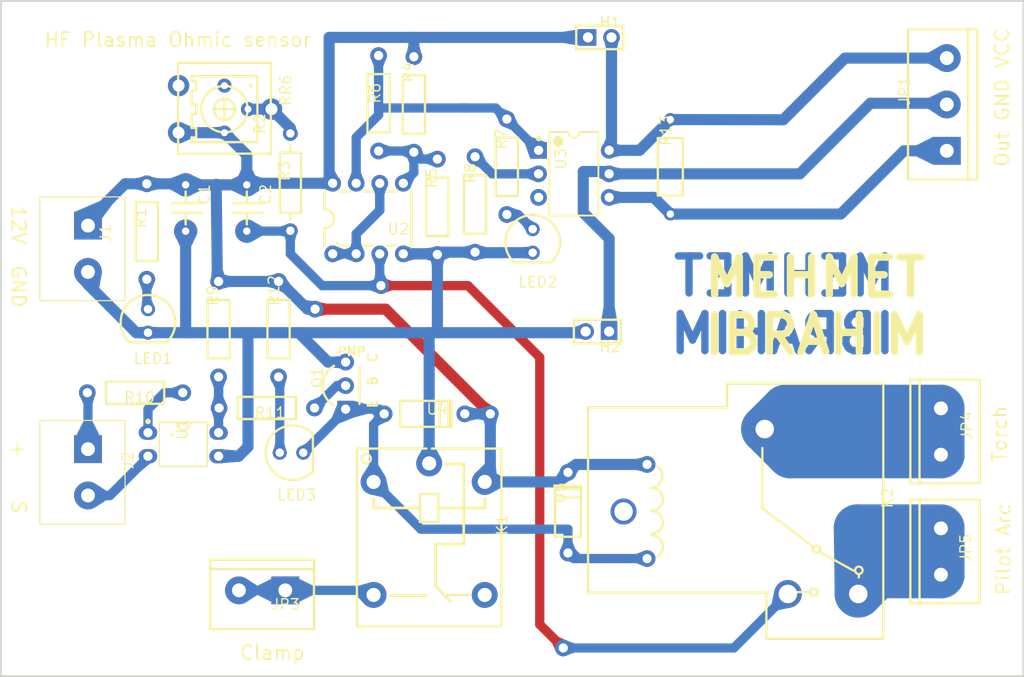
<source format=kicad_pcb>
(kicad_pcb (version 20211014) (generator pcbnew)
  (title_block (title "Ohmic probe sensor for HF starter plasma cutters") (date "2025-03-04") (rev "1.0") (company "Mehmet Ibrahim") (comment 1 "https://www.youtube.com/@MehmetIbrahim") (comment 3 "Ohmic probe sensor for HF starter plasma cutters"))
  (layers (0 "F.Cu" signal) (31 "B.Cu" signal) (34 "B.Paste" user) (35 "F.Paste" user) (36 "B.SilkS" user "B.Silkscreen") (37 "F.SilkS" user "F.Silkscreen") (38 "B.Mask" user) (39 "F.Mask" user) (44 "Edge.Cuts" user))
  (net 0 "")
  (net 1 "GND")
  (net 2 "JP4_1")
  (net 3 "JP5_1")
  (net 4 "K1_2")
  (net 5 "K1_3")
  (net 6 "LED3_2")
  (net 7 "R11_2")
  (net 8 "R12_2")
  (net 9 "R1_2")
  (net 10 "R2_1")
  (net 11 "R7_2")
  (net 12 "R8_1")
  (net 13 "U1_1")
  (net 14 "U1_2")
  (net 15 "U1_4")
  (net 16 "U2_3")
  (net 17 "U2_5")
  (net 18 "U2_6")
  (net 19 "U2_7")
  (net 20 "U3_3")
  (net 21 "U3_4")
  (net 22 "U3_5")
  (net 23 "U3_6")
  (net 24 "VCC")
  (net 25 "J2_1")
  (net 26 "R2_2")
  (net 27 "RR6_1")
  (footprint "easyeda:PDIP-8_L10.2-W5.9-P2.54-LS7.6-BL" (layer "F.Cu") (at 134.778 82.211)
    (fp_text reference "U2")
    (fp_text value "LM358N" hide)
  )
  (footprint "easyeda:RELAY-TH_SLA-12VDC-SL-C" (layer "F.Cu") (at 175.037 113.834 -90)
    (fp_text reference "K2")
    (fp_text value "RELAY 12V S" hide)
  )
  (footprint "easyeda:DIP-4_L4.6-W6.5-P2.54-LS7.6-BL" (layer "F.Cu") (at 114.839 106.595 -90)
    (fp_text reference "U1")
    (fp_text value "PC817B" hide)
  )
  (footprint "easyeda:RES-TH_BD2.4-L6.3-P10.30-D0.6" (layer "F.Cu") (at 139.731 69.892 -90)
    (fp_text reference "R4")
    (fp_text value "15K" hide)
  )
  (footprint "easyeda:RES-TH_BD2.4-L6.3-P10.30-D0.6" (layer "F.Cu") (at 142.271 80.941 -90)
    (fp_text reference "R5")
    (fp_text value "100K" hide)
  )
  (footprint "easyeda:LED-TH_BD5.0-P2.54-FD_C9900023552" (layer "F.Cu") (at 111.029 93.26 -90)
    (fp_text reference "LED1")
    (fp_text value "Pwr" hide)
  )
  (footprint "easyeda:DO-41_BD2.4-L4.7-P8.70-D0.6-RD" (layer "F.Cu") (at 156.368 113.961 -90)
    (fp_text reference "U5")
    (fp_text value "1N4007" hide)
  )
  (footprint "easyeda:HDR-TH_2P-P2.54-V-M-1" (layer "F.Cu") (at 159.543 94.403 180)
    (fp_text reference "H2")
    (fp_text value "Header-Male-2.54_1x2" hide)
  )
  (footprint "easyeda:RES-TH_BD2.4-L6.3-P10.30-D0.6" (layer "F.Cu") (at 149.764 76.623 -90)
    (fp_text reference "R7")
    (fp_text value "470Ω" hide)
  )
  (footprint "easyeda:LED-TH_BD5.0-P2.54-FD_C9900023552" (layer "F.Cu") (at 126.523 107.484)
    (fp_text reference "LED3")
    (fp_text value "LED_5MM" hide)
  )
  (footprint "easyeda:TO-92-3_L4.8-W3.7-P2.54-L" (layer "F.Cu") (at 132.365 100.245 90)
    (fp_text reference "Q1")
    (fp_text value "SS8550" hide)
  )
  (footprint "easyeda:RES-ADJ-TH_3362P" (layer "F.Cu") (at 120.554 70.4 -90)
    (fp_text reference "R2")
    (fp_text value "2MΩ" hide)
  )
  (footprint "easyeda:RES-TH_BD2.4-L6.3-P10.30-D0.6" (layer "F.Cu") (at 146.335 80.687 -90)
    (fp_text reference "R8")
    (fp_text value "300Ω" hide)
  )
  (footprint "easyeda:RES-TH_BD2.4-L6.3-P10.30-D0.6" (layer "F.Cu") (at 125.126 94.149 -90)
    (fp_text reference "R12")
    (fp_text value "470Ω" hide)
  )
  (footprint "easyeda:DO-41_BD2.4-L4.7-P8.70-D0.6-RD" (layer "F.Cu") (at 140.874 103.293 180)
    (fp_text reference "U4")
    (fp_text value "1N4007" hide)
  )
  (footprint "easyeda:TERMINALBLOCK_ONSHORE_1X02_P5.00MM_HORIZONTAL" (layer "F.Cu") (at 104.552 82.973 -90)
    (fp_text reference "J1")
    (fp_text value "REF")
  )
  (footprint "easyeda:SCREWTERMINAL-5MM-2" (layer "F.Cu") (at 123.348 122.343 180)
    (fp_text reference "JP3")
    (fp_text value "M025MM" hide)
  )
  (footprint "easyeda:SCREWTERMINAL-5MM-3" (layer "F.Cu") (at 197.262 69.892 90)
    (fp_text reference "JP1")
    (fp_text value "M03" hide)
  )
  (footprint "easyeda:RES-TH_BD2.4-L6.3-P10.30-D0.6" (layer "F.Cu") (at 118.649 94.149 -90)
    (fp_text reference "R9")
    (fp_text value "10K" hide)
  )
  (footprint "easyeda:SCREWTERMINAL-5MM-2" (layer "F.Cu") (at 196.627 105.198 -90)
    (fp_text reference "JP4")
    (fp_text value "M025MM" hide)
  )
  (footprint "easyeda:HDR-TH_2P-P2.54-V-M-1" (layer "F.Cu") (at 159.797 62.653)
    (fp_text reference "H1")
    (fp_text value "Header-Male-2.54_1x2" hide)
  )
  (footprint "easyeda:RELAY-TH_SRD-XXVDC-XL-C" (layer "F.Cu") (at 141.382 115.739 -90)
    (fp_text reference "K1")
    (fp_text value "SRD-12VDC-SL-C" hide)
  )
  (footprint "easyeda:RES-TH_BD2.4-L6.3-P10.30-D0.6" (layer "F.Cu") (at 123.856 102.658)
    (fp_text reference "R11")
    (fp_text value "1K" hide)
  )
  (footprint "easyeda:TERMINALBLOCK_ONSHORE_1X02_P5.00MM_HORIZONTAL" (layer "F.Cu") (at 104.552 107.103 -90)
    (fp_text reference "J2")
    (fp_text value "REF")
  )
  (footprint "easyeda:DIP-6_L8.5-W6.4-P2.54-LS7.6-BL" (layer "F.Cu") (at 157.003 77.385 -90)
    (fp_text reference "U3")
    (fp_text value "H11L2M" hide)
  )
  (footprint "easyeda:CERAMIC CAPACITOR 100NF" (layer "F.Cu") (at 121.697 81.068 -90)
    (fp_text reference "C2")
    (fp_text value "47NF" hide)
  )
  (footprint "easyeda:RES-TH_BD2.4-L6.3-P10.30-D0.6" (layer "F.Cu") (at 109.632 101.007)
    (fp_text reference "R10")
    (fp_text value "2kΩ" hide)
  )
  (footprint "easyeda:RES-TH_BD2.7-L6.2-P10.20-D0.4" (layer "F.Cu") (at 167.417 76.623 -90)
    (fp_text reference "R13")
    (fp_text value "10kΩ" hide)
  )
  (footprint "easyeda:RES-TH_BD2.2-L6.5-P10.50-D0.6" (layer "F.Cu") (at 126.396 78.274 -90)
    (fp_text reference "R3")
    (fp_text value "1MΩ" hide)
  )
  (footprint "easyeda:LED-TH_BD5.0-P2.54-FD_C9900023552" (layer "F.Cu") (at 152.558 84.624 -90)
    (fp_text reference "LED2")
    (fp_text value "Out" hide)
  )
  (footprint "easyeda:CERAMIC CAPACITOR 100NF" (layer "F.Cu") (at 115.093 81.068 -90)
    (fp_text reference "C1")
    (fp_text value "100NF" hide)
  )
  (footprint "easyeda:ACP SPAIN" (layer "F.Cu") (at 119.284 70.4 -90)
    (fp_text reference "RR6")
    (fp_text value "ACP" hide)
  )
  (footprint "easyeda:RES-TH_BD2.4-L6.3-P10.30-D0.6" (layer "F.Cu") (at 110.902 83.608 -90)
    (fp_text reference "R1")
    (fp_text value "470Ω" hide)
  )
  (footprint "easyeda:RES-TH_BD2.4-L6.3-P10.30-D0.6" (layer "F.Cu") (at 135.921 69.765 -90)
    (fp_text reference "R6")
    (fp_text value "470KΩ" hide)
  )
  (footprint "easyeda:SCREWTERMINAL-5MM-2" (layer "F.Cu") (at 196.627 118.152 -90)
    (fp_text reference "JP5")
    (fp_text value "M025MM" hide)
  )
  (gr_poly (pts (xy 148.192 102.417) (xy 147.11 103.499) (xy 146.717 102.873) (xy 147.566 102.024)) (layer "F.Cu") (width 0) (fill solid))
  (gr_poly (pts (xy 136.649 90.215) (xy 136.649 88.685) (xy 137.369 88.95) (xy 137.369 89.95)) (layer "F.Cu") (width 0) (fill solid))
  (gr_poly (pts (xy 129.537 92.755) (xy 129.537 91.225) (xy 130.257 91.39) (xy 130.257 92.59)) (layer "F.Cu") (width 0) (fill solid))
  (gr_poly (pts (xy 156.066 127.69) (xy 154.984 128.772) (xy 154.662 128.075) (xy 155.369 127.368)) (layer "F.Cu") (width 0) (fill solid))
  (gr_poly (pts (xy 145.861 86.602) (xy 145.861 85.072) (xy 145.141 85.237) (xy 145.141 86.437)) (layer "B.Cu") (width 0) (fill solid))
  (gr_poly (pts (xy 118.411 104.563) (xy 118.887 104.563) (xy 119.149 103.063) (xy 118.149 103.063)) (layer "B.Cu") (width 0) (fill solid))
  (gr_poly (pts (xy 147.211 75.331) (xy 146.13 76.413) (xy 146.827 76.735) (xy 147.533 76.027)) (layer "B.Cu") (width 0) (fill solid))
  (gr_poly (pts (xy 128.818 91.124) (xy 128.396 92.595) (xy 127.726 92.321) (xy 128.104 91.002)) (layer "B.Cu") (width 0) (fill solid))
  (gr_poly (pts (xy 133.034 86.786) (xy 133.034 85.256) (xy 132.314 85.521) (xy 132.314 86.521)) (layer "B.Cu") (width 0) (fill solid))
  (gr_poly (pts (xy 136.73 104.169) (xy 135.648 103.087) (xy 135.326 103.784) (xy 136.033 104.491)) (layer "B.Cu") (width 0) (fill solid))
  (gr_poly (pts (xy 167.786 81.128) (xy 167.786 82.318) (xy 168.346 82.323) (xy 168.346 81.123)) (layer "B.Cu") (width 0) (fill solid))
  (gr_poly (pts (xy 103.142 81.473) (xy 106.052 82.204) (xy 107.224 80.642) (xy 105.867 80.301)) (layer "B.Cu") (width 0) (fill solid))
  (gr_poly (pts (xy 125.901 107.083) (xy 124.605 107.083) (xy 124.753 106.473) (xy 125.753 106.473)) (layer "B.Cu") (width 0) (fill solid))
  (gr_poly (pts (xy 114.308 101.772) (xy 114.308 100.242) (xy 113.588 100.507) (xy 113.588 101.507)) (layer "B.Cu") (width 0) (fill solid))
  (gr_poly (pts (xy 122.766 77.906) (xy 120.628 77.906) (xy 121.097 76.9) (xy 122.297 76.9)) (layer "B.Cu") (width 0) (fill solid))
  (gr_poly (pts (xy 180.45 124.194) (xy 178.647 122.391) (xy 178.346 123.788) (xy 179.053 124.495)) (layer "B.Cu") (width 0) (fill solid))
  (gr_poly (pts (xy 126.003 84.221) (xy 125.947 82.862) (xy 125.315 83.067) (xy 125.356 84.067)) (layer "B.Cu") (width 0) (fill solid))
  (gr_poly (pts (xy 167.577 72.204) (xy 166.736 71.363) (xy 166.336 71.755) (xy 167.185 72.604)) (layer "B.Cu") (width 0) (fill solid))
  (gr_poly (pts (xy 136.885 88.897) (xy 135.364 89.06) (xy 135.548 88.316) (xy 136.548 88.209)) (layer "B.Cu") (width 0) (fill solid))
  (gr_poly (pts (xy 134.991 121.498) (xy 134.356 123.786) (xy 133.458 122.843) (xy 133.735 121.843)) (layer "B.Cu") (width 0) (fill solid))
  (gr_poly (pts (xy 114.937 73.917) (xy 114.937 71.963) (xy 115.857 72.34) (xy 115.857 73.54)) (layer "B.Cu") (width 0) (fill solid))
  (gr_poly (pts (xy 111.621 91.51) (xy 110.336 91.673) (xy 110.402 91.05) (xy 111.402 90.924)) (layer "B.Cu") (width 0) (fill solid))
  (gr_poly (pts (xy 131.442 86.786) (xy 131.442 85.256) (xy 132.162 85.521) (xy 132.162 86.521)) (layer "B.Cu") (width 0) (fill solid))
  (gr_poly (pts (xy 161.287 75.61) (xy 161.287 74.08) (xy 162.007 74.245) (xy 162.007 75.445)) (layer "B.Cu") (width 0) (fill solid))
  (gr_poly (pts (xy 140.496 75.516) (xy 138.966 75.516) (xy 139.231 76.236) (xy 140.231 76.236)) (layer "B.Cu") (width 0) (fill solid))
  (gr_poly (pts (xy 142.569 107.903) (xy 140.195 107.903) (xy 140.782 106.785) (xy 141.982 106.785)) (layer "B.Cu") (width 0) (fill solid))
  (gr_poly (pts (xy 152.732 82.612) (xy 151.816 83.528) (xy 151.49 82.993) (xy 152.197 82.286)) (layer "B.Cu") (width 0) (fill solid))
  (gr_poly (pts (xy 119.414 99.773) (xy 117.884 99.773) (xy 118.149 100.493) (xy 119.149 100.493)) (layer "B.Cu") (width 0) (fill solid))
  (gr_poly (pts (xy 119.447 103.168) (xy 117.919 103.095) (xy 118.149 103.827) (xy 119.149 103.875)) (layer "B.Cu") (width 0) (fill solid))
  (gr_poly (pts (xy 103.746 101.525) (xy 105.273 101.435) (xy 105.052 102.17) (xy 104.052 102.228)) (layer "B.Cu") (width 0) (fill solid))
  (gr_poly (pts (xy 124.416 99.852) (xy 125.937 99.689) (xy 125.753 100.433) (xy 124.753 100.54)) (layer "B.Cu") (width 0) (fill solid))
  (gr_poly (pts (xy 143.036 86.565) (xy 141.506 86.565) (xy 141.671 87.285) (xy 142.871 87.285)) (layer "B.Cu") (width 0) (fill solid))
  (gr_poly (pts (xy 122.359 84.636) (xy 122.359 82.499) (xy 123.365 83.067) (xy 123.365 84.067)) (layer "B.Cu") (width 0) (fill solid))
  (gr_poly (pts (xy 150.238 82.538) (xy 150.238 81.008) (xy 150.958 81.273) (xy 150.958 82.273)) (layer "B.Cu") (width 0) (fill solid))
  (gr_poly (pts (xy 136.42 102.399) (xy 135.769 103.784) (xy 135.208 103.285) (xy 135.678 102.285)) (layer "B.Cu") (width 0) (fill solid))
  (gr_poly (pts (xy 119.447 102.148) (xy 117.919 102.221) (xy 118.149 101.489) (xy 119.149 101.441)) (layer "B.Cu") (width 0) (fill solid))
  (gr_poly (pts (xy 134.273 77.927) (xy 132.743 77.927) (xy 133.008 77.207) (xy 134.008 77.207)) (layer "B.Cu") (width 0) (fill solid))
  (gr_poly (pts (xy 110.429 77.693) (xy 110.427 79.223) (xy 109.707 79.057) (xy 109.708 77.857)) (layer "B.Cu") (width 0) (fill solid))
  (gr_poly (pts (xy 120.026 72.766) (xy 119.11 73.682) (xy 119.575 74.079) (xy 120.423 73.231)) (layer "B.Cu") (width 0) (fill solid))
  (gr_poly (pts (xy 119.447 102.148) (xy 117.919 102.221) (xy 118.149 101.489) (xy 119.149 101.441)) (layer "B.Cu") (width 0) (fill solid))
  (gr_poly (pts (xy 125.984 88.728) (xy 124.987 89.888) (xy 125.639 90.234) (xy 126.424 89.321)) (layer "B.Cu") (width 0) (fill solid))
  (gr_poly (pts (xy 141.843 85.3) (xy 141.753 86.827) (xy 141.044 86.621) (xy 141.114 85.421)) (layer "B.Cu") (width 0) (fill solid))
  (gr_poly (pts (xy 121.035 79.637) (xy 121.035 77.5) (xy 120.029 77.969) (xy 120.029 79.169)) (layer "B.Cu") (width 0) (fill solid))
  (gr_poly (pts (xy 133.034 86.786) (xy 133.034 85.256) (xy 132.314 85.521) (xy 132.314 86.521)) (layer "B.Cu") (width 0) (fill solid))
  (gr_poly (pts (xy 111.267 108.627) (xy 110.791 108.627) (xy 109.165 109.151) (xy 110.192 109.538)) (layer "B.Cu") (width 0) (fill solid))
  (gr_poly (pts (xy 124.35 123.593) (xy 124.35 121.093) (xy 122.85 121.843) (xy 122.85 122.843)) (layer "B.Cu") (width 0) (fill solid))
  (gr_poly (pts (xy 161.287 80.69) (xy 161.287 79.16) (xy 162.007 79.325) (xy 162.007 80.525)) (layer "B.Cu") (width 0) (fill solid))
  (gr_poly (pts (xy 110.628 95.178) (xy 110.628 93.882) (xy 110.018 93.93) (xy 110.018 95.13)) (layer "B.Cu") (width 0) (fill solid))
  (gr_poly (pts (xy 111.376 79.223) (xy 111.376 77.693) (xy 112.096 77.858) (xy 112.096 79.058)) (layer "B.Cu") (width 0) (fill solid))
  (gr_poly (pts (xy 118.883 73.588) (xy 118.883 72.292) (xy 118.273 72.34) (xy 118.273 73.54)) (layer "B.Cu") (width 0) (fill solid))
  (gr_poly (pts (xy 105.343 110.828) (xy 105.341 113.378) (xy 106.542 112.604) (xy 106.542 111.604)) (layer "B.Cu") (width 0) (fill solid))
  (gr_poly (pts (xy 136.813 78.875) (xy 135.283 78.875) (xy 135.548 79.595) (xy 136.548 79.595)) (layer "B.Cu") (width 0) (fill solid))
  (gr_poly (pts (xy 195.762 76.396) (xy 195.762 73.396) (xy 193.962 74.296) (xy 193.962 75.496)) (layer "B.Cu") (width 0) (fill solid))
  (gr_poly (pts (xy 139.062 86.786) (xy 139.062 85.256) (xy 139.782 85.421) (xy 139.782 86.621)) (layer "B.Cu") (width 0) (fill solid))
  (gr_poly (pts (xy 128.535 107.658) (xy 127.619 106.742) (xy 128.154 106.416) (xy 128.861 107.123)) (layer "B.Cu") (width 0) (fill solid))
  (gr_poly (pts (xy 131.542 77.708) (xy 130.092 78.196) (xy 129.987 77.471) (xy 131.187 77.067)) (layer "B.Cu") (width 0) (fill solid))
  (gr_poly (pts (xy 111.267 108.627) (xy 110.791 108.627) (xy 109.169 109.145) (xy 110.194 109.534)) (layer "B.Cu") (width 0) (fill solid))
  (gr_poly (pts (xy 146.845 85.096) (xy 146.772 86.624) (xy 147.499 86.494) (xy 147.556 85.294)) (layer "B.Cu") (width 0) (fill solid))
  (gr_poly (pts (xy 136.569 109.903) (xy 134.195 109.903) (xy 134.882 108.785) (xy 135.882 108.785)) (layer "B.Cu") (width 0) (fill solid))
  (gr_poly (pts (xy 164.433 118.149) (xy 164.433 119.679) (xy 163.713 119.414) (xy 163.713 118.414)) (layer "B.Cu") (width 0) (fill solid))
  (gr_poly (pts (xy 119.123 89.764) (xy 119.123 88.234) (xy 119.843 88.399) (xy 119.843 89.599)) (layer "B.Cu") (width 0) (fill solid))
  (gr_poly (pts (xy 152.293 75.745) (xy 153.916 73.945) (xy 152.393 73.394) (xy 151.723 74.138)) (layer "B.Cu") (width 0) (fill solid))
  (gr_poly (pts (xy 116.162 84.23) (xy 114.024 84.23) (xy 114.493 85.236) (xy 115.693 85.236)) (layer "B.Cu") (width 0) (fill solid))
  (gr_poly (pts (xy 196.472 66.163) (xy 196.472 63.613) (xy 195.272 64.288) (xy 195.272 65.488)) (layer "B.Cu") (width 0) (fill solid))
  (gr_poly (pts (xy 156.334 129.331) (xy 156.334 127.801) (xy 157.054 128.066) (xy 157.054 129.066)) (layer "B.Cu") (width 0) (fill solid))
  (gr_poly (pts (xy 103.302 105.603) (xy 105.802 105.603) (xy 105.052 104.103) (xy 104.052 104.103)) (layer "B.Cu") (width 0) (fill solid))
  (gr_poly (pts (xy 133.265 103.685) (xy 131.465 102.258) (xy 130.87 103.7) (xy 131.659 104.326)) (layer "B.Cu") (width 0) (fill solid))
  (gr_poly (pts (xy 136.813 86.495) (xy 135.283 86.495) (xy 135.548 87.215) (xy 136.548 87.215)) (layer "B.Cu") (width 0) (fill solid))
  (gr_poly (pts (xy 145.698 104.058) (xy 145.698 102.528) (xy 146.418 102.693) (xy 146.418 103.893)) (layer "B.Cu") (width 0) (fill solid))
  (gr_poly (pts (xy 115.755 77.5) (xy 115.755 79.637) (xy 116.761 79.169) (xy 116.761 77.969)) (layer "B.Cu") (width 0) (fill solid))
  (gr_poly (pts (xy 157.627 63.553) (xy 157.627 61.753) (xy 155.827 62.053) (xy 155.827 63.253)) (layer "B.Cu") (width 0) (fill solid))
  (gr_poly (pts (xy 160.512 76.537) (xy 160.187 78.032) (xy 159.516 77.731) (xy 159.777 76.531)) (layer "B.Cu") (width 0) (fill solid))
  (gr_poly (pts (xy 167.577 81.042) (xy 166.736 81.883) (xy 166.336 81.491) (xy 167.185 80.642)) (layer "B.Cu") (width 0) (fill solid))
  (gr_poly (pts (xy 156.574 110.487) (xy 155.492 109.405) (xy 155.099 110.031) (xy 155.948 110.88)) (layer "B.Cu") (width 0) (fill solid))
  (gr_poly (pts (xy 127.076 83.946) (xy 125.716 83.946) (xy 125.896 84.586) (xy 126.896 84.586)) (layer "B.Cu") (width 0) (fill solid))
  (gr_poly (pts (xy 136.813 78.875) (xy 135.283 78.875) (xy 135.548 79.595) (xy 136.548 79.595)) (layer "B.Cu") (width 0) (fill solid))
  (gr_poly (pts (xy 111.267 108.627) (xy 110.791 108.627) (xy 109.169 109.145) (xy 110.194 109.534)) (layer "B.Cu") (width 0) (fill solid))
  (gr_poly (pts (xy 124.652 89.764) (xy 124.652 88.234) (xy 123.932 88.399) (xy 123.932 89.599)) (layer "B.Cu") (width 0) (fill solid))
  (gr_poly (pts (xy 134.273 85.547) (xy 132.743 85.547) (xy 133.008 84.827) (xy 134.008 84.827)) (layer "B.Cu") (width 0) (fill solid))
  (gr_poly (pts (xy 111.667 89.232) (xy 110.137 89.232) (xy 110.402 89.952) (xy 111.402 89.952)) (layer "B.Cu") (width 0) (fill solid))
  (gr_poly (pts (xy 142.897 86.738) (xy 142.572 85.243) (xy 143.307 85.237) (xy 143.568 86.437)) (layer "B.Cu") (width 0) (fill solid))
  (gr_poly (pts (xy 136.742 110.319) (xy 135.063 111.999) (xy 136.34 112.303) (xy 137.046 111.596)) (layer "B.Cu") (width 0) (fill solid))
  (gr_poly (pts (xy 157.163 117.89) (xy 156.391 119.211) (xy 157.106 119.414) (xy 157.691 118.414)) (layer "B.Cu") (width 0) (fill solid))
  (gr_poly (pts (xy 196.555 68.569) (xy 196.392 71.114) (xy 195.238 70.365) (xy 195.314 69.165)) (layer "B.Cu") (width 0) (fill solid))
  (gr_poly (pts (xy 148.751 103.767) (xy 147.221 103.767) (xy 147.386 104.487) (xy 148.586 104.487)) (layer "B.Cu") (width 0) (fill solid))
  (gr_poly (pts (xy 148.744 110.33) (xy 146.499 109.556) (xy 147.386 108.68) (xy 148.586 109.093)) (layer "B.Cu") (width 0) (fill solid))
  (gr_poly (pts (xy 131.77 100.92) (xy 131.77 99.57) (xy 131.419 99.745) (xy 131.419 100.745)) (layer "B.Cu") (width 0) (fill solid))
  (gr_poly (pts (xy 110.791 104.563) (xy 111.267 104.563) (xy 111.529 103.063) (xy 110.529 103.063)) (layer "B.Cu") (width 0) (fill solid))
  (gr_poly (pts (xy 118.887 108.627) (xy 118.887 107.103) (xy 120.687 107.265) (xy 120.687 108.465)) (layer "B.Cu") (width 0) (fill solid))
  (gr_poly (pts (xy 140.496 64.268) (xy 138.966 64.268) (xy 139.131 63.548) (xy 140.331 63.548)) (layer "B.Cu") (width 0) (fill solid))
  (gr_poly (pts (xy 139.464 78.607) (xy 138.382 77.525) (xy 139.079 77.203) (xy 139.786 77.91)) (layer "B.Cu") (width 0) (fill solid))
  (gr_poly (pts (xy 133.265 101.885) (xy 133.265 103.685) (xy 134.765 103.285) (xy 134.765 102.285)) (layer "B.Cu") (width 0) (fill solid))
  (gr_poly (pts (xy 152.157 86.542) (xy 152.157 85.246) (xy 151.547 85.294) (xy 151.547 86.494)) (layer "B.Cu") (width 0) (fill solid))
  (gr_poly (pts (xy 121.636 123.618) (xy 121.636 121.068) (xy 122.836 121.843) (xy 122.836 122.843)) (layer "B.Cu") (width 0) (fill solid))
  (gr_poly (pts (xy 161.832 63.127) (xy 160.302 63.127) (xy 160.467 63.847) (xy 161.667 63.847)) (layer "B.Cu") (width 0) (fill solid))
  (gr_poly (pts (xy 147.512 104.058) (xy 147.512 102.528) (xy 146.792 102.693) (xy 146.792 103.893)) (layer "B.Cu") (width 0) (fill solid))
  (gr_poly (pts (xy 114.503 77.458) (xy 114.361 79.591) (xy 113.389 79.058) (xy 113.468 77.858)) (layer "B.Cu") (width 0) (fill solid))
  (gr_poly (pts (xy 161.287 78.15) (xy 161.287 76.62) (xy 162.007 76.785) (xy 162.007 77.985)) (layer "B.Cu") (width 0) (fill solid))
  (gr_poly (pts (xy 131.442 86.786) (xy 131.442 85.256) (xy 132.162 85.521) (xy 132.162 86.521)) (layer "B.Cu") (width 0) (fill solid))
  (gr_poly (pts (xy 139.341 74.231) (xy 139.178 75.752) (xy 138.49 75.415) (xy 138.597 74.415)) (layer "B.Cu") (width 0) (fill solid))
  (gr_poly (pts (xy 141.797 76.556) (xy 141.797 75.026) (xy 141.077 75.291) (xy 141.077 76.291)) (layer "B.Cu") (width 0) (fill solid))
  (gr_poly (pts (xy 134.273 85.547) (xy 132.743 85.547) (xy 133.008 84.827) (xy 134.008 84.827)) (layer "B.Cu") (width 0) (fill solid))
  (gr_poly (pts (xy 139.062 86.786) (xy 139.062 85.256) (xy 139.782 85.421) (xy 139.782 86.621)) (layer "B.Cu") (width 0) (fill solid))
  (gr_poly (pts (xy 140.607 74.837) (xy 139.525 75.918) (xy 140.125 76.144) (xy 140.833 75.438)) (layer "B.Cu") (width 0) (fill solid))
  (gr_poly (pts (xy 149.956 70.594) (xy 148.891 71.692) (xy 148.558 71.002) (xy 149.255 70.283)) (layer "B.Cu") (width 0) (fill solid))
  (gr_poly (pts (xy 148.118 111.826) (xy 148.118 109.451) (xy 149.236 110.039) (xy 149.236 111.239)) (layer "B.Cu") (width 0) (fill solid))
  (gr_poly (pts (xy 157.133 117.837) (xy 155.603 117.837) (xy 155.868 117.117) (xy 156.868 117.117)) (layer "B.Cu") (width 0) (fill solid))
  (gr_poly (pts (xy 130.494 79.166) (xy 130.494 77.636) (xy 129.774 77.801) (xy 129.774 79.001)) (layer "B.Cu") (width 0) (fill solid))
  (gr_poly (pts (xy 127.35 121.093) (xy 127.35 123.593) (xy 128.85 122.843) (xy 128.85 121.843)) (layer "B.Cu") (width 0) (fill solid))
  (gr_poly (pts (xy 160.166 74.219) (xy 161.661 74.544) (xy 161.667 73.809) (xy 160.467 73.548)) (layer "B.Cu") (width 0) (fill solid))
  (gr_poly (pts (xy 152.719 78.15) (xy 152.719 76.62) (xy 151.999 76.885) (xy 151.999 77.885)) (layer "B.Cu") (width 0) (fill solid))
  (gr_poly (pts (xy 135.701 90.215) (xy 135.701 88.685) (xy 134.981 88.95) (xy 134.981 89.95)) (layer "B.Cu") (width 0) (fill solid))
  (gr_poly (pts (xy 157.244 109.817) (xy 156.162 108.735) (xy 156.788 108.342) (xy 157.637 109.191)) (layer "B.Cu") (width 0) (fill solid))
  (gr_poly (pts (xy 129.882 102.864) (xy 128.8 101.782) (xy 129.497 101.46) (xy 130.204 102.167)) (layer "B.Cu") (width 0) (fill solid))
  (gr_poly (pts (xy 111.43 95.178) (xy 111.43 93.882) (xy 112.04 93.93) (xy 112.04 95.13)) (layer "B.Cu") (width 0) (fill solid))
  (gr_poly (pts (xy 157.883 95.214) (xy 157.72 93.693) (xy 157.021 93.93) (xy 157.15 95.13)) (layer "B.Cu") (width 0) (fill solid))
  (gr_poly (pts (xy 164.433 107.989) (xy 164.433 109.519) (xy 163.713 109.354) (xy 163.713 108.154)) (layer "B.Cu") (width 0) (fill solid))
  (gr_poly (pts (xy 150.64 71.267) (xy 149.559 72.349) (xy 150.256 72.671) (xy 150.962 71.963)) (layer "B.Cu") (width 0) (fill solid))
  (gr_poly (pts (xy 105.998 88.373) (xy 103.551 89.09) (xy 104.456 90.075) (xy 105.768 89.69)) (layer "B.Cu") (width 0) (fill solid))
  (gr_poly (pts (xy 136.395 75.68) (xy 136.395 74.15) (xy 137.115 74.415) (xy 137.115 75.415)) (layer "B.Cu") (width 0) (fill solid))
  (gr_poly (pts (xy 136.686 65.089) (xy 135.156 65.089) (xy 135.421 65.809) (xy 136.421 65.809)) (layer "B.Cu") (width 0) (fill solid))
  (gr_poly (pts (xy 122.463 79.565) (xy 122.249 77.439) (xy 123.296 77.801) (xy 123.417 79.001)) (layer "B.Cu") (width 0) (fill solid))
  (gr_poly (pts (xy 105.343 110.828) (xy 105.341 113.378) (xy 106.542 112.604) (xy 106.542 111.604)) (layer "B.Cu") (width 0) (fill solid))
  (gr_poly (pts (xy 118.887 108.627) (xy 118.887 107.103) (xy 120.687 107.265) (xy 120.687 108.465)) (layer "B.Cu") (width 0) (fill solid))
  (gr_poly (pts (xy 167.787 70.928) (xy 167.785 72.118) (xy 168.345 72.124) (xy 168.347 70.924)) (layer "B.Cu") (width 0) (fill solid))
  (gr_poly (pts (xy 131.77 98.38) (xy 131.77 97.03) (xy 131.14 97.105) (xy 131.14 98.305)) (layer "B.Cu") (width 0) (fill solid))
  (gr_poly (pts (xy 119.353 88.438) (xy 117.833 88.619) (xy 117.909 87.884) (xy 119.107 87.742)) (layer "B.Cu") (width 0) (fill solid))
  (gr_poly (pts (xy 159.913 93.503) (xy 161.713 93.503) (xy 161.413 91.703) (xy 160.213 91.703)) (layer "B.Cu") (width 0) (fill solid))
  (gr_poly (pts (xy 141.843 85.3) (xy 141.753 86.827) (xy 141.044 86.621) (xy 141.114 85.421)) (layer "B.Cu") (width 0) (fill solid))
  (gr_line (start 95.154 58.716) (end 95.154 61.383) (layer "Edge.Cuts") (width 0.2))
  (gr_line (start 95.154 61.383) (end 95.154 102.236) (layer "Edge.Cuts") (width 0.2))
  (gr_line (start 205.517 131.614) (end 205.517 58.716) (layer "Edge.Cuts") (width 0.2))
  (gr_line (start 95.154 102.236) (end 95.154 131.614) (layer "Edge.Cuts") (width 0.2))
  (gr_line (start 95.154 131.614) (end 205.517 131.614) (layer "Edge.Cuts") (width 0.2))
  (gr_line (start 205.517 58.716) (end 96.551 58.716) (layer "Edge.Cuts") (width 0.2))
  (gr_line (start 96.551 58.716) (end 95.154 58.716) (layer "Edge.Cuts") (width 0.2))
  (gr_text "MEHMET" (at 192.055 88.434) (layer "B.Cu") (effects (font (size 4 4) (thickness 0.8)) (justify left mirror)))
  (gr_text "IBRAHIM" (at 192.055 94.657) (layer "B.Cu") (effects (font (size 4 4) (thickness 0.8)) (justify left mirror)))
  (gr_text "12V  GND" (at 97.059 80.687 -90) (layer "F.SilkS") (effects (font (size 1.5 1.5) (thickness 0.203)) (justify left)))
  (gr_text "MEHMET" (at 170.719 88.561) (layer "F.SilkS") (effects (font (size 4 4) (thickness 0.8)) (justify left)))
  (gr_text "IBRAHIM" (at 170.719 94.784) (layer "F.SilkS") (effects (font (size 4 4) (thickness 0.8)) (justify left)))
  (gr_text "+    S" (at 97.059 106.087 -90) (layer "F.SilkS") (effects (font (size 1.5 1.5) (thickness 0.203)) (justify left)))
  (gr_text "Clamp" (at 120.808 129.074) (layer "F.SilkS") (effects (font (size 1.5 1.5) (thickness 0.203)) (justify left)))
  (gr_text "." (at 131.095 84.497) (layer "F.SilkS") (effects (font (size 1 1) (thickness 1)) (justify left)))
  (gr_text "Torch" (at 202.977 108.627 90) (layer "F.SilkS") (effects (font (size 1.5 1.5) (thickness 0.203)) (justify left)))
  (gr_text "." (at 113.188 105.198) (layer "F.SilkS") (effects (font (size 1 1) (thickness 1)) (justify left)))
  (gr_text "PNP" (at 131.349 96.562) (layer "F.SilkS") (effects (font (size 1 1) (thickness 0.203)) (justify left)))
  (gr_text "Out GND VCC" (at 203.231 76.75 90) (layer "F.SilkS") (effects (font (size 1.5 1.5) (thickness 0.203)) (justify left)))
  (gr_text "E  B  C" (at 135.286 102.785 90) (layer "F.SilkS") (effects (font (size 1 1) (thickness 0.203)) (justify left)))
  (gr_text "HF Plasma Ohmic sensor" (at 99.726 62.907) (layer "F.SilkS") (effects (font (size 1.5 1.5) (thickness 0.203)) (justify left)))
  (gr_text "Pilot Arc" (at 203.358 122.978 90) (layer "F.SilkS") (effects (font (size 1.5 1.5) (thickness 0.203)) (justify left)))
  (segment (start 138.588 86.021) (end 142.201 86.021) (width 1.2) (layer "B.Cu") (net 1))
  (segment (start 130.465 97.705) (end 127.29 94.53) (width 1.2) (layer "B.Cu") (net 1))
  (segment (start 146.335 85.837) (end 142.525 85.837) (width 1.2) (layer "B.Cu") (net 1))
  (segment (start 152.558 85.894) (end 146.392 85.894) (width 1.2) (layer "B.Cu") (net 1))
  (segment (start 141.382 108.639) (end 141.382 94.53) (width 1.2) (layer "B.Cu") (net 1))
  (segment (start 120.808 107.865) (end 118.649 107.865) (width 1.2) (layer "B.Cu") (net 1))
  (segment (start 115.093 92.752) (end 115.093 94.53) (width 1.2) (layer "B.Cu") (net 1))
  (segment (start 138.588 86.021) (end 141.566 86.021) (width 1.2) (layer "B.Cu") (net 1))
  (segment (start 142.271 86.091) (end 142.271 94.403) (width 1.2) (layer "B.Cu") (net 1))
  (segment (start 138.842 86.275) (end 138.588 86.021) (width 1.2) (layer "B.Cu") (net 1))
  (segment (start 115.093 83.567) (end 115.093 92.752) (width 1.2) (layer "B.Cu") (net 1))
  (segment (start 121.824 106.849) (end 121.824 94.53) (width 1.2) (layer "B.Cu") (net 1))
  (segment (start 120.808 107.865) (end 121.824 106.849) (width 1.2) (layer "B.Cu") (net 1))
  (segment (start 158.273 94.53) (end 138.842 94.53) (width 1.2) (layer "B.Cu") (net 1))
  (segment (start 115.093 94.53) (end 138.842 94.53) (width 1.2) (layer "B.Cu") (net 1))
  (segment (start 111.029 94.53) (end 115.537 94.53) (width 1.2) (layer "B.Cu") (net 1))
  (segment (start 146.392 85.894) (end 146.335 85.837) (width 1.2) (layer "B.Cu") (net 1))
  (segment (start 142.201 86.021) (end 142.271 86.091) (width 1.2) (layer "B.Cu") (net 1))
  (segment (start 132.365 97.705) (end 130.465 97.705) (width 1.2) (layer "B.Cu") (net 1))
  (segment (start 111.029 94.53) (end 109.759 94.53) (width 1.2) (layer "B.Cu") (net 1))
  (segment (start 104.552 89.323) (end 104.552 87.974) (width 1.2) (layer "B.Cu") (net 1))
  (segment (start 142.525 85.837) (end 142.271 86.091) (width 1.2) (layer "B.Cu") (net 1))
  (segment (start 142.271 94.403) (end 142.144 94.53) (width 1.2) (layer "B.Cu") (net 1))
  (segment (start 158.273 94.403) (end 158.273 94.53) (width 1.2) (layer "B.Cu") (net 1))
  (segment (start 109.759 94.53) (end 104.552 89.323) (width 1.2) (layer "B.Cu") (net 1))
  (segment (start 118.649 107.865) (end 120.808 107.865) (width 1.2) (layer "B.Cu") (net 1))
  (segment (start 196.627 107.7) (end 180.373 107.7) (width 5.1) (layer "B.Cu") (net 2))
  (segment (start 180.373 107.7) (end 177.607 104.934) (width 5.1) (layer "B.Cu") (net 2))
  (segment (start 196.627 102.696) (end 179.845 102.696) (width 5.1) (layer "B.Cu") (net 2))
  (segment (start 179.845 102.696) (end 177.607 104.934) (width 5.1) (layer "B.Cu") (net 2))
  (segment (start 196.627 107.7) (end 196.627 102.696) (width 5.1) (layer "B.Cu") (net 2))
  (segment (start 187.61 115.612) (end 187.707 122.734) (width 5.1) (layer "B.Cu") (net 3))
  (segment (start 187.707 122.734) (end 187.707 122.696) (width 5.1) (layer "B.Cu") (net 3))
  (segment (start 189.787 120.654) (end 187.707 122.734) (width 5.1) (layer "B.Cu") (net 3))
  (segment (start 196.627 120.654) (end 189.787 120.654) (width 5.1) (layer "B.Cu") (net 3))
  (segment (start 196.627 120.654) (end 196.627 115.65) (width 5.1) (layer "B.Cu") (net 3))
  (segment (start 196.627 115.612) (end 187.61 115.612) (width 5.1) (layer "B.Cu") (net 3))
  (segment (start 134.887 122.343) (end 125.85 122.343) (width 1) (layer "B.Cu") (net 4))
  (segment (start 135.383 122.838) (end 134.887 122.343) (width 1) (layer "B.Cu") (net 4))
  (segment (start 120.846 122.343) (end 125.85 122.343) (width 1) (layer "B.Cu") (net 4))
  (segment (start 164.907 118.914) (end 156.971 118.914) (width 1) (layer "B.Cu") (net 6))
  (segment (start 135.382 104.435) (end 136.524 103.293) (width 1) (layer "B.Cu") (net 6))
  (segment (start 132.365 102.785) (end 132.365 102.912) (width 1) (layer "B.Cu") (net 6))
  (segment (start 136.015 102.785) (end 132.365 102.785) (width 1) (layer "B.Cu") (net 6))
  (segment (start 156.971 118.914) (end 156.368 118.311) (width 1) (layer "B.Cu") (net 6))
  (segment (start 132.365 102.912) (end 127.793 107.484) (width 1) (layer "B.Cu") (net 6))
  (segment (start 135.382 110.639) (end 135.382 104.435) (width 1) (layer "B.Cu") (net 6))
  (segment (start 156.368 115.739) (end 156.368 118.312) (width 1) (layer "B.Cu") (net 6))
  (segment (start 140.483 115.739) (end 156.368 115.739) (width 1) (layer "B.Cu") (net 6))
  (segment (start 135.383 110.639) (end 140.483 115.739) (width 1) (layer "B.Cu") (net 6))
  (segment (start 136.523 103.293) (end 136.015 102.785) (width 1) (layer "B.Cu") (net 6))
  (segment (start 131.419 100.245) (end 129.006 102.658) (width 1) (layer "B.Cu") (net 7))
  (segment (start 132.365 100.245) (end 131.419 100.245) (width 1) (layer "B.Cu") (net 7))
  (segment (start 125.253 107.484) (end 125.253 99.426) (width 1) (layer "B.Cu") (net 8))
  (segment (start 125.253 99.426) (end 125.126 99.299) (width 1) (layer "B.Cu") (net 8))
  (segment (start 110.902 91.863) (end 111.029 91.99) (width 1) (layer "B.Cu") (net 9))
  (segment (start 110.902 88.758) (end 110.902 91.863) (width 1) (layer "B.Cu") (net 9))
  (segment (start 149.764 81.773) (end 150.977 81.773) (width 1) (layer "B.Cu") (net 11))
  (segment (start 150.977 81.773) (end 152.558 83.354) (width 1) (layer "B.Cu") (net 11))
  (segment (start 148.184 77.385) (end 153.193 77.385) (width 1) (layer "B.Cu") (net 12))
  (segment (start 146.335 75.536) (end 148.184 77.385) (width 1) (layer "B.Cu") (net 12))
  (segment (start 111.029 105.325) (end 111.029 102.785) (width 1) (layer "B.Cu") (net 13))
  (segment (start 111.029 102.785) (end 112.807 101.007) (width 1) (layer "B.Cu") (net 13))
  (segment (start 114.782 101.007) (end 112.807 101.007) (width 1) (layer "B.Cu") (net 13))
  (segment (start 111.029 107.865) (end 111.029 107.992) (width 1) (layer "B.Cu") (net 14))
  (segment (start 111.029 107.992) (end 106.917 112.104) (width 1) (layer "B.Cu") (net 14))
  (segment (start 106.917 112.104) (end 110.605 108.419) (width 1) (layer "B.Cu") (net 14))
  (segment (start 104.552 112.104) (end 106.917 112.104) (width 1) (layer "B.Cu") (net 14))
  (segment (start 104.552 112.104) (end 106.917 112.104) (width 1) (layer "B.Cu") (net 14))
  (segment (start 111.029 107.992) (end 111.029 107.865) (width 1) (layer "B.Cu") (net 14))
  (segment (start 106.917 112.104) (end 111.029 107.992) (width 1) (layer "B.Cu") (net 14))
  (segment (start 118.649 102.601) (end 118.706 102.658) (width 1) (layer "B.Cu") (net 15))
  (segment (start 118.649 102.714) (end 118.705 102.658) (width 1) (layer "B.Cu") (net 15))
  (segment (start 118.649 100.823) (end 118.649 102.601) (width 1) (layer "B.Cu") (net 15))
  (segment (start 118.649 99.299) (end 118.649 102.601) (width 1) (layer "B.Cu") (net 15))
  (segment (start 118.649 105.325) (end 118.649 102.714) (width 1) (layer "B.Cu") (net 15))
  (segment (start 118.649 102.601) (end 118.706 102.658) (width 1) (layer "B.Cu") (net 15))
  (segment (start 136.175 89.45) (end 145.573 89.45) (width 1) (layer "F.Cu") (net 16))
  (segment (start 153.32 126.026) (end 155.86 128.566) (width 1) (layer "F.Cu") (net 16))
  (segment (start 145.573 89.45) (end 153.32 97.197) (width 1) (layer "F.Cu") (net 16))
  (segment (start 153.32 97.197) (end 153.32 126.026) (width 1) (layer "F.Cu") (net 16))
  (via (at 136.175 89.45) (size 1.8) (drill 1) (layers "F.Cu" "B.Cu") (net 16))
  (via (at 155.86 128.566) (size 1.8) (drill 1) (layers "F.Cu" "B.Cu") (net 16))
  (segment (start 136.048 86.021) (end 136.048 89.323) (width 1) (layer "B.Cu") (net 16))
  (segment (start 174.275 128.566) (end 180.107 122.734) (width 1) (layer "B.Cu") (net 16))
  (segment (start 126.353 83.567) (end 126.396 83.524) (width 1) (layer "B.Cu") (net 16))
  (segment (start 155.86 128.566) (end 174.275 128.566) (width 1) (layer "B.Cu") (net 16))
  (segment (start 126.396 86.021) (end 128.936 88.561) (width 1) (layer "B.Cu") (net 16))
  (segment (start 121.697 83.567) (end 126.353 83.567) (width 1) (layer "B.Cu") (net 16))
  (segment (start 129.825 89.45) (end 128.936 88.561) (width 1) (layer "B.Cu") (net 16))
  (segment (start 126.396 83.524) (end 126.396 86.021) (width 1) (layer "B.Cu") (net 16))
  (segment (start 136.175 89.45) (end 129.825 89.45) (width 1) (layer "B.Cu") (net 16))
  (segment (start 136.048 89.323) (end 136.175 89.45) (width 1) (layer "B.Cu") (net 16))
  (segment (start 139.731 77.258) (end 138.588 78.401) (width 1) (layer "B.Cu") (net 17))
  (segment (start 139.731 75.042) (end 139.731 77.258) (width 1) (layer "B.Cu") (net 17))
  (segment (start 142.271 75.791) (end 140.479 75.791) (width 1) (layer "B.Cu") (net 17))
  (segment (start 140.479 75.791) (end 139.731 75.043) (width 1) (layer "B.Cu") (net 17))
  (segment (start 139.604 74.915) (end 139.731 75.042) (width 1) (layer "B.Cu") (net 17))
  (segment (start 135.921 74.915) (end 139.604 74.915) (width 1) (layer "B.Cu") (net 17))
  (segment (start 136.048 78.401) (end 136.048 81.322) (width 1) (layer "B.Cu") (net 18))
  (segment (start 133.508 83.862) (end 133.508 86.021) (width 1) (layer "B.Cu") (net 18))
  (segment (start 133.508 86.021) (end 130.968 86.021) (width 1) (layer "B.Cu") (net 18))
  (segment (start 136.048 81.322) (end 133.508 83.862) (width 1) (layer "B.Cu") (net 18))
  (segment (start 130.968 86.021) (end 133.508 86.021) (width 1) (layer "B.Cu") (net 18))
  (segment (start 136.048 78.401) (end 136.048 81.322) (width 1) (layer "B.Cu") (net 18))
  (segment (start 133.508 86.021) (end 133.508 83.862) (width 1) (layer "B.Cu") (net 18))
  (segment (start 133.508 83.862) (end 136.048 81.322) (width 1) (layer "B.Cu") (net 18))
  (segment (start 133.508 78.401) (end 133.508 73.448) (width 1) (layer "B.Cu") (net 19))
  (segment (start 133.508 73.448) (end 135.921 71.035) (width 1) (layer "B.Cu") (net 19))
  (segment (start 135.921 71.035) (end 135.921 64.615) (width 1) (layer "B.Cu") (net 19))
  (segment (start 149.764 71.472) (end 153.137 74.845) (width 1) (layer "B.Cu") (net 19))
  (segment (start 145.319 70.273) (end 135.921 70.273) (width 1) (layer "B.Cu") (net 19))
  (segment (start 149.693 71.472) (end 148.556 70.273) (width 1) (layer "B.Cu") (net 19))
  (segment (start 153.137 74.845) (end 153.193 74.845) (width 1) (layer "B.Cu") (net 19))
  (segment (start 149.764 71.472) (end 149.693 71.472) (width 1) (layer "B.Cu") (net 19))
  (segment (start 144.938 70.273) (end 148.556 70.273) (width 1) (layer "B.Cu") (net 19))
  (segment (start 160.813 79.925) (end 165.619 79.925) (width 1.2) (layer "B.Cu") (net 21))
  (segment (start 167.417 81.723) (end 185.812 81.723) (width 1.2) (layer "B.Cu") (net 21))
  (segment (start 192.639 74.896) (end 197.262 74.896) (width 1.2) (layer "B.Cu") (net 21))
  (segment (start 165.619 79.925) (end 167.417 81.723) (width 1.2) (layer "B.Cu") (net 21))
  (segment (start 185.812 81.723) (end 192.639 74.896) (width 1.2) (layer "B.Cu") (net 21))
  (segment (start 158.019 81.576) (end 158.019 77.131) (width 1.2) (layer "B.Cu") (net 22))
  (segment (start 160.813 84.37) (end 158.019 81.576) (width 1.2) (layer "B.Cu") (net 22))
  (segment (start 189.007 69.765) (end 197.135 69.765) (width 1.2) (layer "B.Cu") (net 22))
  (segment (start 160.813 94.403) (end 160.813 84.37) (width 1.2) (layer "B.Cu") (net 22))
  (segment (start 160.559 77.131) (end 160.813 77.385) (width 1.2) (layer "B.Cu") (net 22))
  (segment (start 158.019 77.131) (end 160.559 77.131) (width 1.2) (layer "B.Cu") (net 22))
  (segment (start 160.813 77.385) (end 181.387 77.385) (width 1.2) (layer "B.Cu") (net 22))
  (segment (start 181.387 77.385) (end 189.007 69.765) (width 1.2) (layer "B.Cu") (net 22))
  (segment (start 197.135 69.765) (end 197.262 69.892) (width 1.2) (layer "B.Cu") (net 22))
  (segment (start 197.262 64.888) (end 186.264 64.888) (width 1.2) (layer "B.Cu") (net 23))
  (segment (start 164.095 74.845) (end 167.417 71.523) (width 1.2) (layer "B.Cu") (net 23))
  (segment (start 179.609 71.543) (end 167.417 71.523) (width 1.2) (layer "B.Cu") (net 23))
  (segment (start 160.813 74.845) (end 164.095 74.845) (width 1.2) (layer "B.Cu") (net 23))
  (segment (start 161.194 62.526) (end 161.067 62.653) (width 1) (layer "B.Cu") (net 23))
  (segment (start 161.067 62.653) (end 161.067 74.845) (width 1.2) (layer "B.Cu") (net 23))
  (segment (start 161.067 74.845) (end 160.813 74.845) (width 1.2) (layer "B.Cu") (net 23))
  (segment (start 186.264 64.888) (end 179.609 71.543) (width 1.2) (layer "B.Cu") (net 23))
  (segment (start 129.063 91.99) (end 136.683 91.99) (width 1.2) (layer "F.Cu") (net 24))
  (segment (start 136.683 91.99) (end 147.986 103.293) (width 1.2) (layer "F.Cu") (net 24))
  (via (at 147.986 103.293) (size 1.8) (drill 1) (layers "F.Cu" "B.Cu") (net 24))
  (via (at 129.063 91.99) (size 1.8) (drill 1) (layers "F.Cu" "B.Cu") (net 24))
  (segment (start 130.968 78.401) (end 121.865 78.401) (width 1.2) (layer "B.Cu") (net 24))
  (segment (start 118.649 88.999) (end 124.999 88.999) (width 1.2) (layer "B.Cu") (net 24))
  (segment (start 104.552 82.973) (end 104.552 82.465) (width 1.2) (layer "B.Cu") (net 24))
  (segment (start 158.527 62.653) (end 130.587 62.653) (width 1.2) (layer "B.Cu") (net 24))
  (segment (start 147.986 103.293) (end 147.986 110.035) (width 1.2) (layer "B.Cu") (net 24))
  (segment (start 110.648 78.458) (end 114.982 78.458) (width 1.2) (layer "B.Cu") (net 24))
  (segment (start 147.986 103.293) (end 145.224 103.293) (width 1.2) (layer "B.Cu") (net 24))
  (segment (start 147.382 110.639) (end 155.34 110.639) (width 1.2) (layer "B.Cu") (net 24))
  (segment (start 121.697 78.569) (end 121.697 75.353) (width 1.2) (layer "B.Cu") (net 24))
  (segment (start 155.34 110.639) (end 156.368 109.611) (width 1.2) (layer "B.Cu") (net 24))
  (segment (start 128.244 91.99) (end 125.126 88.872) (width 1.2) (layer "B.Cu") (net 24))
  (segment (start 121.697 78.569) (end 115.093 78.569) (width 1.2) (layer "B.Cu") (net 24))
  (segment (start 124.999 88.999) (end 125.126 88.872) (width 1.2) (layer "B.Cu") (net 24))
  (segment (start 114.982 78.458) (end 115.093 78.569) (width 1.2) (layer "B.Cu") (net 24))
  (segment (start 139.731 64.742) (end 139.731 62.653) (width 1.2) (layer "B.Cu") (net 24))
  (segment (start 108.56 78.457) (end 110.648 78.457) (width 1.2) (layer "B.Cu") (net 24))
  (segment (start 130.587 62.653) (end 130.587 78.02) (width 1.2) (layer "B.Cu") (net 24))
  (segment (start 119.284 72.94) (end 114.331 72.94) (width 1.2) (layer "B.Cu") (net 24))
  (segment (start 164.907 108.754) (end 157.225 108.754) (width 1.2) (layer "B.Cu") (net 24))
  (segment (start 121.865 78.401) (end 121.697 78.569) (width 1.2) (layer "B.Cu") (net 24))
  (segment (start 104.552 82.465) (end 108.56 78.457) (width 1.2) (layer "B.Cu") (net 24))
  (segment (start 130.587 78.02) (end 130.968 78.401) (width 1.2) (layer "B.Cu") (net 24))
  (segment (start 121.697 75.353) (end 119.284 72.94) (width 1.2) (layer "B.Cu") (net 24))
  (segment (start 118.522 88.942) (end 118.395 78.782) (width 1.2) (layer "B.Cu") (net 24))
  (segment (start 129.063 91.99) (end 128.244 91.99) (width 1.2) (layer "B.Cu") (net 24))
  (segment (start 157.225 108.754) (end 156.368 109.611) (width 1.2) (layer "B.Cu") (net 24))
  (segment (start 147.986 110.035) (end 147.382 110.639) (width 1.2) (layer "B.Cu") (net 24))
  (segment (start 118.395 78.782) (end 118.395 78.513) (width 1.2) (layer "B.Cu") (net 24))
  (segment (start 104.552 101.078) (end 104.481 101.007) (width 1) (layer "B.Cu") (net 25))
  (segment (start 104.552 107.103) (end 104.552 101.078) (width 1) (layer "B.Cu") (net 25))
  (segment (start 126.396 72.432) (end 124.364 70.4) (width 1.2) (layer "B.Cu") (net 26))
  (segment (start 124.364 70.4) (end 121.824 70.4) (width 1.2) (layer "B.Cu") (net 26))
  (segment (start 126.396 73.024) (end 126.396 72.432) (width 1.2) (layer "B.Cu") (net 26))
)
</source>
